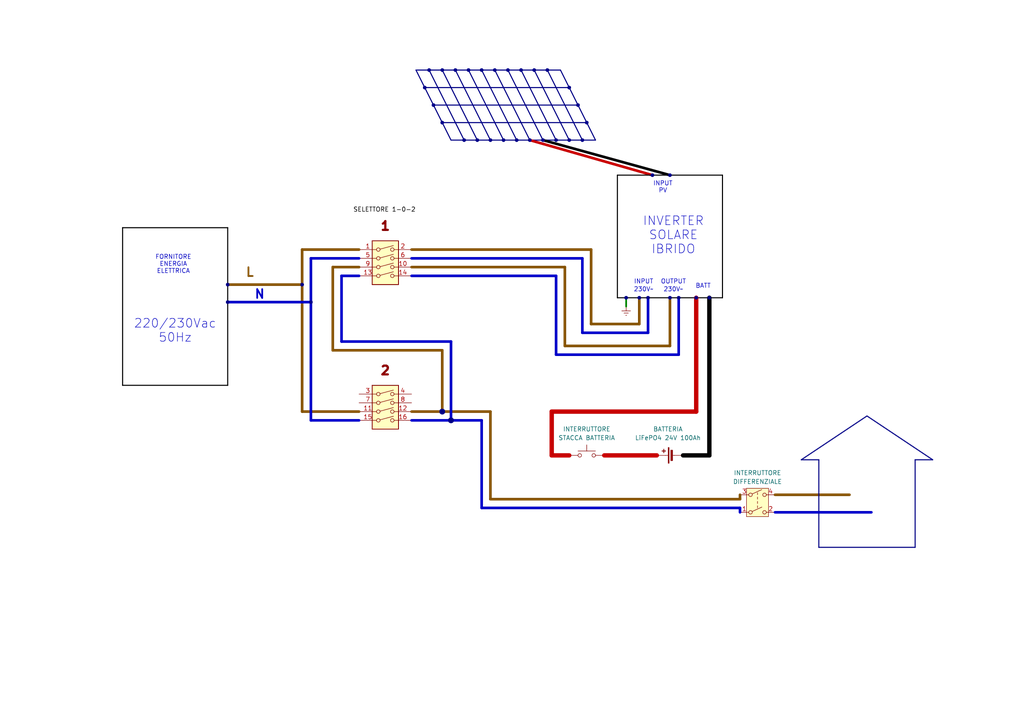
<source format=kicad_sch>
(kicad_sch (version 20250114) (generator "eeschema") (generator_version "9.0")
  (paper "A4")
  (title_block (title "Schema elettrico impianto solare ibrido") (date "2025-09-03") (company "PROGETTI di Frisoni Emanuele") (comment 2 "NOTA BENE: Schema elettrico proposto a scopo didattico"))
  (lib_symbols
    (symbol "Device:Battery_Cell" (pin_numbers (hide yes)) (pin_names (offset 0) (hide yes))
      (property "Reference" "BT" (at 2.54 2.54 0))
      (property "Value" "Battery_Cell" (at 2.54 0 0))
      (symbol "Battery_Cell_0_1"
        (rectangle (start -2.286 1.778) (end 2.286 1.524) (fill (type outline)))
        (rectangle (start -1.524 1.016) (end 1.524 0.508) (fill (type outline)))
        (polyline (pts (xy 0 1.778) (xy 0 2.54)))
        (polyline (pts (xy 0 0.762) (xy 0 0)))
        (polyline (pts (xy 0.762 3.048) (xy 1.778 3.048)) (stroke (width 0.254)))
        (polyline (pts (xy 1.27 3.556) (xy 1.27 2.54)) (stroke (width 0.254)))
      )
      (symbol "Battery_Cell_1_1"
        (pin passive line (at 0 5.08 270) (length 2.54) (name "+") (number "1"))
        (pin passive line (at 0 -2.54 90) (length 2.54) (name "-") (number "2"))
      )
    )
    (symbol "SW_DIP_x04_1" (pin_names (offset 0) (hide yes))
      (symbol "SW_DIP_x04_1_0_0"
        (circle (center -2.032 5.08) (radius 0.508))
        (circle (center -2.032 2.54) (radius 0.508))
        (circle (center -2.032 0) (radius 0.508))
        (circle (center -2.032 -2.54) (radius 0.508))
        (circle (center -2.032 -36.83) (radius 0.508))
        (circle (center -2.032 -39.37) (radius 0.508))
        (circle (center -2.032 -41.91) (radius 0.508))
        (circle (center -2.032 -44.45) (radius 0.508))
        (polyline (pts (xy -1.524 5.207) (xy 2.3622 6.2484)))
        (polyline (pts (xy -1.524 2.667) (xy 2.3622 3.7084)))
        (polyline (pts (xy -1.524 0.127) (xy 2.3622 1.1684)))
        (polyline (pts (xy -1.524 -2.3876) (xy 2.3622 -1.3462)))
        (polyline (pts (xy -1.524 -36.703) (xy 2.3622 -35.6616)))
        (polyline (pts (xy -1.524 -39.243) (xy 2.3622 -38.2016)))
        (polyline (pts (xy -1.524 -41.783) (xy 2.3622 -40.7416)))
        (polyline (pts (xy -1.524 -44.2976) (xy 2.3622 -43.2562)))
        (circle (center 2.032 5.08) (radius 0.508))
        (circle (center 2.032 2.54) (radius 0.508))
        (circle (center 2.032 0) (radius 0.508))
        (circle (center 2.032 -2.54) (radius 0.508))
        (circle (center 2.032 -36.83) (radius 0.508))
        (circle (center 2.032 -39.37) (radius 0.508))
        (circle (center 2.032 -41.91) (radius 0.508))
        (circle (center 2.032 -44.45) (radius 0.508))
      )
      (symbol "SW_DIP_x04_1_0_1"
        (rectangle (start -3.81 7.62) (end 3.81 -5.08) (stroke (width 0.254)) (fill (type background)))
        (rectangle (start -3.81 -34.29) (end 3.81 -46.99) (stroke (width 0.254)) (fill (type background)))
      )
      (symbol "SW_DIP_x04_1_1_1"
        (text "1" (at 0 11.938 0) (effects (font (size 2.54 2.54) (thickness 1.016) (bold yes))))
        (text "2" (at 0 -29.972 0) (effects (font (size 2.54 2.54) (thickness 1.016) (bold yes))))
        (pin passive line (at -7.62 5.08 0) (length 5.08) (name "~") (number "1"))
        (pin passive line (at -7.62 2.54 0) (length 5.08) (name "~") (number "5"))
        (pin passive line (at -7.62 0 0) (length 5.08) (name "~") (number "9"))
        (pin passive line (at -7.62 -2.54 0) (length 5.08) (name "~") (number "13"))
        (pin passive line (at -7.62 -36.83 0) (length 5.08) (name "~") (number "3"))
        (pin passive line (at -7.62 -39.37 0) (length 5.08) (name "~") (number "7"))
        (pin passive line (at -7.62 -41.91 0) (length 5.08) (name "~") (number "11"))
        (pin passive line (at -7.62 -44.45 0) (length 5.08) (name "~") (number "15"))
        (pin passive line (at 7.62 5.08 180) (length 5.08) (name "~") (number "2"))
        (pin passive line (at 7.62 2.54 180) (length 5.08) (name "~") (number "6"))
        (pin passive line (at 7.62 0 180) (length 5.08) (name "~") (number "10"))
        (pin passive line (at 7.62 -2.54 180) (length 5.08) (name "~") (number "14"))
        (pin passive line (at 7.62 -36.83 180) (length 5.08) (name "~") (number "4"))
        (pin passive line (at 7.62 -39.37 180) (length 5.08) (name "~") (number "8"))
        (pin passive line (at 7.62 -41.91 180) (length 5.08) (name "~") (number "12"))
        (pin passive line (at 7.62 -44.45 180) (length 5.08) (name "~") (number "16"))
      )
    )
    (symbol "Switch:SW_DPST" (pin_names (offset 0) (hide yes))
      (property "Reference" "SW" (at 0 6.35 0))
      (property "Value" "SW_DPST" (at 0 -5.08 0))
      (symbol "SW_DPST_0_0"
        (circle (center -2.032 2.54) (radius 0.508))
        (circle (center -2.032 -2.54) (radius 0.508))
        (polyline (pts (xy -1.524 2.794) (xy 1.27 4.064)))
        (polyline (pts (xy -1.524 -2.286) (xy 1.27 -1.016)))
        (polyline (pts (xy 0 2.54) (xy 0 3.175)))
        (polyline (pts (xy 0 1.27) (xy 0 1.905)))
        (polyline (pts (xy 0 0) (xy 0 0.635)))
        (polyline (pts (xy 0 -1.27) (xy 0 -0.635)))
        (circle (center 2.032 2.54) (radius 0.508))
        (circle (center 2.032 -2.54) (radius 0.508))
      )
      (symbol "SW_DPST_1_1"
        (rectangle (start -3.175 4.445) (end 3.175 -3.81) (fill (type background)))
        (pin passive line (at -5.08 2.54 0) (length 2.54) (name "3") (number "3"))
        (pin passive line (at -5.08 -2.54 0) (length 2.54) (name "1") (number "1"))
        (pin passive line (at 5.08 2.54 180) (length 2.54) (name "4") (number "4"))
        (pin passive line (at 5.08 -2.54 180) (length 2.54) (name "2") (number "2"))
      )
    )
    (symbol "Switch:SW_MEC_5G" (pin_numbers (hide yes)) (pin_names (offset 1.016) (hide yes))
      (property "Reference" "SW" (at 1.27 2.54 0))
      (property "Value" "SW_MEC_5G" (at 0 -1.524 0))
      (symbol "SW_MEC_5G_0_1"
        (circle (center -2.032 0) (radius 0.508))
        (polyline (pts (xy 0 1.27) (xy 0 3.048)))
        (circle (center 2.032 0) (radius 0.508))
        (polyline (pts (xy 2.54 1.27) (xy -2.54 1.27)))
        (pin passive line (at -5.08 0 0) (length 2.54) (name "A") (number "1"))
        (pin passive line (at 5.08 0 180) (length 2.54) (name "B") (number "3"))
      )
      (symbol "SW_MEC_5G_1_1"
        (pin passive line (at -5.08 0 0) (length 2.54) (hide yes) (name "A") (number "2"))
        (pin passive line (at 5.08 0 180) (length 2.54) (hide yes) (name "B") (number "4"))
      )
    )
    (symbol "power:Earth" (power) (pin_numbers (hide yes)) (pin_names (offset 0) (hide yes))
      (property "Value" "Earth" (at 0 -3.81 0))
      (symbol "Earth_0_1"
        (polyline (pts (xy -0.635 -1.905) (xy 0.635 -1.905)))
        (polyline (pts (xy -0.127 -2.54) (xy 0.127 -2.54)))
        (polyline (pts (xy 0 -1.27) (xy 0 0)))
        (polyline (pts (xy 1.27 -1.27) (xy -1.27 -1.27)))
      )
      (symbol "Earth_1_1"
        (pin power_in line (at 0 0 270) (length 0) (name "~") (number "1"))
      )
    )
  )
  (text "FORNITORE\nENERGIA\nELETTRICA" (at 50.292 76.708 0) (effects (font (size 1.27 1.27))))
  (text "INPUT" (at 186.69 81.788 0) (effects (font (size 1.27 1.27))))
  (text "PV" (at 192.278 55.372 0) (effects (font (size 1.27 1.27))))
  (text "INVERTER\nSOLARE\nIBRIDO" (at 195.326 68.326 0) (effects (font (size 2.54 2.54))))
  (text "INPUT" (at 192.278 53.34 0) (effects (font (size 1.27 1.27))))
  (text "220/230Vac\n50Hz" (at 50.8 96.012 0) (effects (font (size 2.54 2.54))))
  (text "230V~" (at 195.326 84.074 0) (effects (font (size 1.27 1.27))))
  (text "230V~" (at 186.69 84.074 0) (effects (font (size 1.27 1.27))))
  (text "SELETTORE 1-0-2" (at 111.506 60.96 0) (effects (font (size 1.27 1.27))))
  (text "BATT" (at 203.962 83.058 0) (effects (font (size 1.27 1.27))))
  (text "OUTPUT" (at 195.326 81.788 0) (effects (font (size 1.27 1.27))))
  (junction (at 185.42 86.36))
  (junction (at 125.73 30.48))
  (junction (at 194.31 50.8))
  (junction (at 168.91 40.64))
  (junction (at 154.94 20.32))
  (junction (at 66.04 82.55))
  (junction (at 201.93 86.36))
  (junction (at 139.7 20.32))
  (junction (at 205.74 86.36))
  (junction (at 181.61 86.36))
  (junction (at 165.1 25.4))
  (junction (at 90.17 87.63))
  (junction (at 187.96 86.36))
  (junction (at 146.05 40.64))
  (junction (at 123.19 25.4))
  (junction (at 167.64 30.48))
  (junction (at 135.89 20.32))
  (junction (at 161.29 40.64))
  (junction (at 147.32 20.32))
  (junction (at 151.13 20.32))
  (junction (at 170.18 35.56))
  (junction (at 130.81 121.92) (diameter 1.524))
  (junction (at 158.75 20.32))
  (junction (at 194.31 86.36))
  (junction (at 153.67 40.64))
  (junction (at 196.85 86.36))
  (junction (at 138.43 40.64))
  (junction (at 87.63 82.55))
  (junction (at 165.1 40.64))
  (junction (at 189.23 50.8))
  (junction (at 132.08 20.32))
  (junction (at 157.48 40.64))
  (junction (at 128.27 35.56))
  (junction (at 66.04 87.63))
  (junction (at 128.27 119.38) (diameter 1.524))
  (junction (at 128.27 20.32))
  (junction (at 149.86 40.64))
  (junction (at 134.62 40.64))
  (junction (at 124.46 20.32))
  (junction (at 142.24 40.64))
  (junction (at 143.51 20.32))
  (bus (pts (xy 142.24 119.38) (xy 142.24 144.78)) (stroke (width 0.762) (color 128 77 0 1)))
  (bus (pts (xy 66.04 87.63) (xy 90.17 87.63)) (stroke (width 0.762) (color 0 0 194 1)))
  (bus (pts (xy 160.02 132.08) (xy 160.02 119.38)) (stroke (width 1.27) (color 194 0 0 1)))
  (bus (pts (xy 66.04 82.55) (xy 66.04 87.63)) (stroke (width 0) (color 0 0 0 1)))
  (bus (pts (xy 119.38 121.92) (xy 130.81 121.92)) (stroke (width 0.762) (color 0 0 194 1)))
  (bus (pts (xy 149.86 40.64) (xy 146.05 40.64)))
  (bus (pts (xy 139.7 20.32) (xy 149.86 40.64)))
  (bus (pts (xy 251.46 120.65) (xy 232.41 133.35)))
  (bus (pts (xy 96.52 77.47) (xy 96.52 101.6)) (stroke (width 0.762) (color 128 77 0 1)))
  (bus (pts (xy 171.45 93.98) (xy 185.42 93.98)) (stroke (width 0.762) (color 128 77 0 1)))
  (bus (pts (xy 194.31 50.8) (xy 209.55 50.8)) (stroke (width 0) (color 0 0 0 1)))
  (bus (pts (xy 154.94 20.32) (xy 165.1 40.64)))
  (bus (pts (xy 181.61 86.36) (xy 179.07 86.36)) (stroke (width 0) (color 0 0 0 1)))
  (bus (pts (xy 124.46 20.32) (xy 134.62 40.64)))
  (bus (pts (xy 90.17 87.63) (xy 90.17 121.92)) (stroke (width 0.762) (color 0 0 194 1)))
  (bus (pts (xy 138.43 40.64) (xy 134.62 40.64)))
  (bus (pts (xy 168.91 96.52) (xy 187.96 96.52)) (stroke (width 0.762) (color 0 0 194 1)))
  (bus (pts (xy 104.14 77.47) (xy 96.52 77.47)) (stroke (width 0.762) (color 128 77 0 1)))
  (bus (pts (xy 90.17 74.93) (xy 104.14 74.93)) (stroke (width 0.762) (color 0 0 194 1)))
  (bus (pts (xy 165.1 132.08) (xy 160.02 132.08)) (stroke (width 1.27) (color 194 0 0 1)))
  (bus (pts (xy 135.89 20.32) (xy 139.7 20.32)))
  (bus (pts (xy 151.13 20.32) (xy 154.94 20.32)))
  (bus (pts (xy 205.74 86.36) (xy 201.93 86.36)) (stroke (width 0) (color 0 0 0 1)))
  (bus (pts (xy 161.29 80.01) (xy 161.29 102.87)) (stroke (width 0.762) (color 0 0 194 1)))
  (bus (pts (xy 146.05 40.64) (xy 142.24 40.64)))
  (bus (pts (xy 142.24 40.64) (xy 138.43 40.64)))
  (bus (pts (xy 181.61 86.36) (xy 181.61 88.9)) (stroke (width 0.508) (color 0 132 0 1)))
  (bus (pts (xy 119.38 72.39) (xy 171.45 72.39)) (stroke (width 0.762) (color 128 77 0 1)))
  (bus (pts (xy 160.02 119.38) (xy 201.93 119.38)) (stroke (width 1.27) (color 194 0 0 1)))
  (bus (pts (xy 128.27 35.56) (xy 170.18 35.56)))
  (bus (pts (xy 142.24 144.78) (xy 214.63 144.78)) (stroke (width 0.762) (color 128 77 0 1)))
  (bus (pts (xy 172.72 40.64) (xy 168.91 40.64)))
  (bus (pts (xy 99.06 80.01) (xy 99.06 99.06)) (stroke (width 0.762) (color 0 0 194 1)))
  (bus (pts (xy 224.79 143.51) (xy 246.38 143.51)) (stroke (width 0.762) (color 128 77 0 1)))
  (bus (pts (xy 163.83 77.47) (xy 163.83 100.33)) (stroke (width 0.762) (color 128 77 0 1)))
  (bus (pts (xy 120.65 20.32) (xy 123.19 25.4)))
  (bus (pts (xy 147.32 20.32) (xy 157.48 40.64)))
  (bus (pts (xy 119.38 74.93) (xy 168.91 74.93)) (stroke (width 0.762) (color 0 0 194 1)))
  (bus (pts (xy 119.38 119.38) (xy 128.27 119.38)) (stroke (width 0.762) (color 128 77 0 1)))
  (bus (pts (xy 158.75 20.32) (xy 168.91 40.64)))
  (bus (pts (xy 214.63 147.32) (xy 214.63 148.59)) (stroke (width 0.762) (color 0 0 194 1)))
  (bus (pts (xy 90.17 87.63) (xy 90.17 74.93)) (stroke (width 0.762) (color 0 0 194 1)))
  (bus (pts (xy 171.45 72.39) (xy 171.45 93.98)) (stroke (width 0.762) (color 128 77 0 1)))
  (bus (pts (xy 153.67 40.64) (xy 189.23 50.8)) (stroke (width 0.762) (color 194 0 0 1)))
  (bus (pts (xy 66.04 66.04) (xy 66.04 82.55)) (stroke (width 0) (color 0 0 0 1)))
  (bus (pts (xy 125.73 30.48) (xy 167.64 30.48)))
  (bus (pts (xy 134.62 40.64) (xy 130.81 40.64)))
  (bus (pts (xy 66.04 111.76) (xy 35.56 111.76)) (stroke (width 0) (color 0 0 0 1)))
  (bus (pts (xy 162.56 20.32) (xy 165.1 25.4)))
  (bus (pts (xy 232.41 133.35) (xy 237.49 133.35)))
  (bus (pts (xy 196.85 86.36) (xy 194.31 86.36)) (stroke (width 0) (color 0 0 0 1)))
  (bus (pts (xy 87.63 119.38) (xy 104.14 119.38)) (stroke (width 0.762) (color 128 77 0 1)))
  (bus (pts (xy 130.81 121.92) (xy 139.7 121.92)) (stroke (width 0.762) (color 0 0 194 1)))
  (bus (pts (xy 265.43 133.35) (xy 270.51 133.35)))
  (bus (pts (xy 128.27 20.32) (xy 132.08 20.32)))
  (bus (pts (xy 87.63 82.55) (xy 87.63 119.38)) (stroke (width 0.762) (color 128 77 0 1)))
  (bus (pts (xy 130.81 99.06) (xy 130.81 121.92)) (stroke (width 0.762) (color 0 0 194 1)))
  (bus (pts (xy 175.26 132.08) (xy 190.5 132.08)) (stroke (width 1.27) (color 194 0 0 1)))
  (bus (pts (xy 139.7 20.32) (xy 143.51 20.32)))
  (bus (pts (xy 154.94 20.32) (xy 158.75 20.32)))
  (bus (pts (xy 201.93 119.38) (xy 201.93 86.36)) (stroke (width 1.27) (color 194 0 0 1)))
  (bus (pts (xy 185.42 86.36) (xy 181.61 86.36)) (stroke (width 0) (color 0 0 0 1)))
  (bus (pts (xy 128.27 101.6) (xy 128.27 119.38)) (stroke (width 0.762) (color 128 77 0 1)))
  (bus (pts (xy 209.55 50.8) (xy 209.55 86.36)) (stroke (width 0) (color 0 0 0 1)))
  (bus (pts (xy 198.12 132.08) (xy 205.74 132.08)) (stroke (width 1.27) (color 0 0 0 1)))
  (bus (pts (xy 165.1 40.64) (xy 161.29 40.64)))
  (bus (pts (xy 147.32 20.32) (xy 151.13 20.32)))
  (bus (pts (xy 128.27 20.32) (xy 138.43 40.64)))
  (bus (pts (xy 125.73 30.48) (xy 128.27 35.56)))
  (bus (pts (xy 153.67 40.64) (xy 149.86 40.64)))
  (bus (pts (xy 189.23 50.8) (xy 194.31 50.8)) (stroke (width 0) (color 0 0 0 1)))
  (bus (pts (xy 128.27 119.38) (xy 142.24 119.38)) (stroke (width 0.762) (color 128 77 0 1)))
  (bus (pts (xy 270.51 133.35) (xy 251.46 120.65)))
  (bus (pts (xy 132.08 20.32) (xy 135.89 20.32)))
  (bus (pts (xy 143.51 20.32) (xy 153.67 40.64)))
  (bus (pts (xy 194.31 100.33) (xy 194.31 86.36)) (stroke (width 0.762) (color 128 77 0 1)))
  (bus (pts (xy 151.13 20.32) (xy 161.29 40.64)))
  (bus (pts (xy 168.91 74.93) (xy 168.91 96.52)) (stroke (width 0.762) (color 0 0 194 1)))
  (bus (pts (xy 179.07 50.8) (xy 189.23 50.8)) (stroke (width 0) (color 0 0 0 1)))
  (bus (pts (xy 139.7 147.32) (xy 139.7 121.92)) (stroke (width 0.762) (color 0 0 194 1)))
  (bus (pts (xy 214.63 144.78) (xy 214.63 143.51)) (stroke (width 0.762) (color 128 77 0 1)))
  (bus (pts (xy 139.7 147.32) (xy 214.63 147.32)) (stroke (width 0.762) (color 0 0 194 1)))
  (bus (pts (xy 209.55 86.36) (xy 205.74 86.36)) (stroke (width 0) (color 0 0 0 1)))
  (bus (pts (xy 237.49 133.35) (xy 237.49 158.75)))
  (bus (pts (xy 265.43 158.75) (xy 265.43 133.35)))
  (bus (pts (xy 35.56 66.04) (xy 66.04 66.04)) (stroke (width 0) (color 0 0 0 1)))
  (bus (pts (xy 179.07 50.8) (xy 179.07 86.36)) (stroke (width 0) (color 0 0 0 1)))
  (bus (pts (xy 224.79 148.59) (xy 252.73 148.59)) (stroke (width 0.762) (color 0 0 194 1)))
  (bus (pts (xy 165.1 25.4) (xy 167.64 30.48)))
  (bus (pts (xy 104.14 80.01) (xy 99.06 80.01)) (stroke (width 0.762) (color 0 0 194 1)))
  (bus (pts (xy 157.48 40.64) (xy 194.31 50.8)) (stroke (width 0.762) (color 0 0 0 1)))
  (bus (pts (xy 128.27 35.56) (xy 130.81 40.64)))
  (bus (pts (xy 87.63 72.39) (xy 104.14 72.39)) (stroke (width 0.762) (color 128 77 0 1)))
  (bus (pts (xy 120.65 20.32) (xy 124.46 20.32)))
  (bus (pts (xy 123.19 25.4) (xy 165.1 25.4)))
  (bus (pts (xy 124.46 20.32) (xy 128.27 20.32)))
  (bus (pts (xy 99.06 99.06) (xy 130.81 99.06)) (stroke (width 0.762) (color 0 0 194 1)))
  (bus (pts (xy 161.29 40.64) (xy 157.48 40.64)))
  (bus (pts (xy 168.91 40.64) (xy 165.1 40.64)))
  (bus (pts (xy 87.63 82.55) (xy 87.63 72.39)) (stroke (width 0.762) (color 128 77 0 1)))
  (bus (pts (xy 119.38 77.47) (xy 163.83 77.47)) (stroke (width 0.762) (color 128 77 0 1)))
  (bus (pts (xy 123.19 25.4) (xy 125.73 30.48)))
  (bus (pts (xy 119.38 80.01) (xy 161.29 80.01)) (stroke (width 0.762) (color 0 0 194 1)))
  (bus (pts (xy 143.51 20.32) (xy 147.32 20.32)))
  (bus (pts (xy 66.04 87.63) (xy 66.04 111.76)) (stroke (width 0) (color 0 0 0 1)))
  (bus (pts (xy 170.18 35.56) (xy 172.72 40.64)))
  (bus (pts (xy 194.31 86.36) (xy 187.96 86.36)) (stroke (width 0) (color 0 0 0 1)))
  (bus (pts (xy 135.89 20.32) (xy 146.05 40.64)))
  (bus (pts (xy 66.04 82.55) (xy 87.63 82.55)) (stroke (width 0.762) (color 128 77 0 1)))
  (bus (pts (xy 161.29 102.87) (xy 196.85 102.87)) (stroke (width 0.762) (color 0 0 194 1)))
  (bus (pts (xy 185.42 93.98) (xy 185.42 86.36)) (stroke (width 0.762) (color 128 77 0 1)))
  (bus (pts (xy 35.56 66.04) (xy 35.56 111.76)) (stroke (width 0) (color 0 0 0 1)))
  (bus (pts (xy 181.61 86.36) (xy 181.61 88.9)) (stroke (width 0) (color 0 0 0 1)))
  (bus (pts (xy 167.64 30.48) (xy 170.18 35.56)))
  (bus (pts (xy 187.96 86.36) (xy 185.42 86.36)) (stroke (width 0) (color 0 0 0 1)))
  (bus (pts (xy 201.93 86.36) (xy 196.85 86.36)) (stroke (width 0) (color 0 0 0 1)))
  (bus (pts (xy 104.14 121.92) (xy 90.17 121.92)) (stroke (width 0.762) (color 0 0 194 1)))
  (bus (pts (xy 205.74 86.36) (xy 205.74 132.08)) (stroke (width 1.27) (color 0 0 0 1)))
  (bus (pts (xy 237.49 158.75) (xy 265.43 158.75)))
  (bus (pts (xy 163.83 100.33) (xy 194.31 100.33)) (stroke (width 0.762) (color 128 77 0 1)))
  (bus (pts (xy 157.48 40.64) (xy 153.67 40.64)))
  (bus (pts (xy 96.52 101.6) (xy 128.27 101.6)) (stroke (width 0.762) (color 128 77 0 1)))
  (bus (pts (xy 132.08 20.32) (xy 142.24 40.64)))
  (bus (pts (xy 187.96 96.52) (xy 187.96 86.36)) (stroke (width 0.762) (color 0 0 194 1)))
  (bus (pts (xy 196.85 102.87) (xy 196.85 86.36)) (stroke (width 0.762) (color 0 0 194 1)))
  (bus (pts (xy 158.75 20.32) (xy 162.56 20.32)))
  (label "N" (at 73.66 87.63 0) (effects (font (size 2.54 2.54) (thickness 0.508) (bold yes))))
  (label "L" (at 71.12 81.28 0) (effects (font (size 2.54 2.54) (thickness 0.508) (bold yes))))
  (symbol (lib_id "power:Earth") (at 181.61 88.9 0) (unit 1)
    (property "Reference" "#PWR01" (effects (hide yes)))
    (property "Value" "Earth" (effects (hide yes)))
    (property "Description" "Power symbol creates a global label with name \"Earth\"" (effects (hide yes)))
  )
  (symbol (lib_id "Device:Battery_Cell") (at 195.58 132.08 90) (unit 1)
    (property "Reference" "BATTERIA" (at 193.7385 124.46 90))
    (property "Value" "LiFePO4 24V 100Ah" (at 193.7385 127 90))
    (property "Description" "Single-cell battery" (effects (hide yes)))
  )
  (symbol (lib_name "SW_DIP_x04_1") (lib_id "Switch:SW_DIP_x04") (at 111.76 77.47 0) (unit 1)
    (property "Reference" "SW1" (effects (hide yes)))
    (property "Value" "SW_DIP_x04" (effects (hide yes)))
    (property "Description" "4x DIP Switch, Single Pole Single Throw (SPST) switch, small symbol" (effects (hide yes)))
  )
  (symbol (lib_id "Switch:SW_DPST") (at 219.71 146.05 0) (unit 1)
    (property "Reference" "INTERRUTTORE" (at 219.71 137.16 0))
    (property "Value" "DIFFERENZIALE" (at 219.71 139.7 0))
    (property "Description" "Double Pole Single Throw (DPST) Switch" (effects (hide yes)))
  )
  (symbol (lib_id "Switch:SW_MEC_5G") (at 170.18 132.08 0) (unit 1)
    (property "Reference" "INTERRUTTORE" (at 170.18 124.46 0))
    (property "Value" "STACCA BATTERIA" (at 170.18 127 0))
    (property "Datasheet" "http://www.apem.com/int/index.php?controller=attachment&id_attachment=488" (effects (hide yes)))
    (property "Description" "MEC 5G single pole normally-open tactile switch" (effects (hide yes)))
  )
)
</source>
